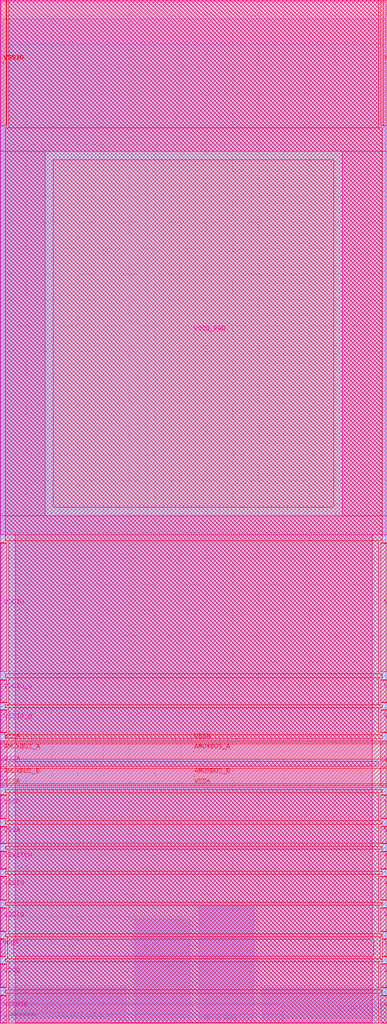
<source format=lef>
VERSION 5.7 ;
  NOWIREEXTENSIONATPIN ON ;
  DIVIDERCHAR "/" ;
  BUSBITCHARS "[]" ;
MACRO sky130_ef_io__vccd_lvc_pad
  CLASS PAD POWER ;
  FOREIGN sky130_ef_io__vccd_lvc_pad ;
  ORIGIN 0.000 0.000 ;
  SIZE 75.000 BY 197.965 ;
  PIN AMUXBUS_A
    DIRECTION INOUT ;
    USE SIGNAL ;
    PORT
      LAYER met4 ;
        RECT 0.000 51.090 75.000 54.070 ;
    END
    PORT
      LAYER met4 ;
        RECT 0.000 51.090 1.270 54.070 ;
    END
  END AMUXBUS_A
  PIN AMUXBUS_B
    DIRECTION INOUT ;
    USE SIGNAL ;
    PORT
      LAYER met4 ;
        RECT 0.000 46.330 75.000 49.310 ;
    END
    PORT
      LAYER met4 ;
        RECT 0.000 46.330 1.270 49.310 ;
    END
  END AMUXBUS_B
  PIN DRN_LVC1
    DIRECTION INOUT ;
    USE POWER ;
    PORT
      LAYER met3 ;
        RECT 26.000 -0.035 36.880 20.185 ;
    END
  END DRN_LVC1
  PIN DRN_LVC2
    DIRECTION INOUT ;
    USE POWER ;
    PORT
      LAYER met3 ;
        RECT 38.380 -0.035 49.255 22.865 ;
    END
  END DRN_LVC2
  PIN SRC_BDY_LVC1
    DIRECTION INOUT ;
    USE GROUND ;
    PORT
      LAYER met2 ;
        RECT 0.500 -0.035 20.495 1.450 ;
    END
  END SRC_BDY_LVC1
  PIN SRC_BDY_LVC2
    DIRECTION INOUT ;
    USE GROUND ;
    PORT
      LAYER met2 ;
        RECT 54.715 -0.035 74.700 3.625 ;
    END
  END SRC_BDY_LVC2
  PIN BDY2_B2B
    DIRECTION INOUT ;
    USE GROUND ;
    PORT
      LAYER met2 ;
        RECT 34.440 -0.035 44.440 0.290 ;
    END
  END BDY2_B2B
  PIN VCCD_PAD
    DIRECTION INOUT ;
    USE POWER ;
    PORT
      LAYER met5 ;
        RECT 10.270 99.865 64.670 167.130 ;
    END
  END VCCD_PAD
  PIN VSSA
    DIRECTION INOUT ;
    USE GROUND ;
    PORT
      LAYER met5 ;
        RECT 73.730 45.700 75.000 54.700 ;
    END
    PORT
      LAYER met5 ;
        RECT 73.730 34.805 75.000 38.050 ;
    END
    PORT
      LAYER met5 ;
        RECT 0.000 45.700 1.270 54.700 ;
    END
    PORT
      LAYER met5 ;
        RECT 0.000 34.805 1.270 38.050 ;
    END
    PORT
      LAYER met4 ;
        RECT 73.730 49.610 75.000 50.790 ;
    END
    PORT
      LAYER met4 ;
        RECT 0.000 54.370 75.000 54.700 ;
    END
    PORT
      LAYER met4 ;
        RECT 0.000 45.700 75.000 46.030 ;
    END
    PORT
      LAYER met4 ;
        RECT 73.730 34.700 75.000 38.150 ;
    END
    PORT
      LAYER met4 ;
        RECT 0.000 45.700 1.270 46.030 ;
    END
    PORT
      LAYER met4 ;
        RECT 0.000 49.610 1.270 50.790 ;
    END
    PORT
      LAYER met4 ;
        RECT 0.000 54.370 1.270 54.700 ;
    END
    PORT
      LAYER met4 ;
        RECT 0.000 34.700 1.270 38.150 ;
    END
  END VSSA
  PIN VDDA
    DIRECTION INOUT ;
    USE POWER ;
    PORT
      LAYER met5 ;
        RECT 74.035 13.000 75.000 16.250 ;
    END
    PORT
      LAYER met5 ;
        RECT 0.000 13.000 0.965 16.250 ;
    END
    PORT
      LAYER met4 ;
        RECT 74.035 12.900 75.000 16.350 ;
    END
    PORT
      LAYER met4 ;
        RECT 0.000 12.900 0.965 16.350 ;
    END
  END VDDA
  PIN VSWITCH
    DIRECTION INOUT ;
    USE POWER ;
    PORT
      LAYER met5 ;
        RECT 73.730 29.950 75.000 33.200 ;
    END
    PORT
      LAYER met5 ;
        RECT 0.000 29.950 1.270 33.200 ;
    END
    PORT
      LAYER met4 ;
        RECT 73.730 29.850 75.000 33.300 ;
    END
    PORT
      LAYER met4 ;
        RECT 0.000 29.850 1.270 33.300 ;
    END
  END VSWITCH
  PIN VDDIO_Q
    DIRECTION INOUT ;
    USE POWER ;
    PORT
      LAYER met5 ;
        RECT 73.730 62.150 75.000 66.400 ;
    END
    PORT
      LAYER met5 ;
        RECT 0.000 62.150 1.270 66.400 ;
    END
    PORT
      LAYER met4 ;
        RECT 73.730 62.050 75.000 66.500 ;
    END
    PORT
      LAYER met4 ;
        RECT 0.000 62.050 1.270 66.500 ;
    END
  END VDDIO_Q
  PIN VCCHIB
    DIRECTION INOUT ;
    USE POWER ;
    PORT
      LAYER met5 ;
        RECT 73.730 0.100 75.000 5.350 ;
    END
    PORT
      LAYER met5 ;
        RECT 0.000 0.100 1.270 5.350 ;
    END
    PORT
      LAYER met4 ;
        RECT 73.730 0.000 75.000 5.450 ;
    END
    PORT
      LAYER met4 ;
        RECT 0.000 0.000 1.270 5.450 ;
    END
  END VCCHIB
  PIN VDDIO
    DIRECTION INOUT ;
    USE POWER ;
    PORT
      LAYER met5 ;
        RECT 73.730 68.000 75.000 92.950 ;
    END
    PORT
      LAYER met5 ;
        RECT 73.730 17.850 75.000 22.300 ;
    END
    PORT
      LAYER met5 ;
        RECT 0.000 68.000 1.270 92.950 ;
    END
    PORT
      LAYER met5 ;
        RECT 0.000 17.850 1.270 22.300 ;
    END
    PORT
      LAYER met4 ;
        RECT 73.730 17.750 75.000 22.400 ;
    END
    PORT
      LAYER met4 ;
        RECT 73.730 68.000 75.000 92.965 ;
    END
    PORT
      LAYER met4 ;
        RECT 0.000 17.750 1.270 22.400 ;
    END
    PORT
      LAYER met4 ;
        RECT 0.000 68.000 1.270 92.965 ;
    END
  END VDDIO
  PIN VCCD
    DIRECTION INOUT ;
    USE POWER ;
    PORT
      LAYER met3 ;
        RECT 50.755 -0.035 74.700 6.865 ;
    END
    PORT
      LAYER met3 ;
        RECT 0.500 -0.035 24.500 6.865 ;
    END
    PORT
      LAYER met5 ;
        RECT 73.730 6.950 75.000 11.400 ;
    END
    PORT
      LAYER met5 ;
        RECT 0.000 6.950 1.270 11.400 ;
    END
    PORT
      LAYER met4 ;
        RECT 73.730 6.850 75.000 11.500 ;
    END
    PORT
      LAYER met4 ;
        RECT 0.000 6.850 1.270 11.500 ;
    END
  END VCCD
  PIN VSSIO
    DIRECTION INOUT ;
    USE GROUND ;
    PORT
      LAYER met4 ;
        RECT 74.225 173.750 75.000 197.965 ;
    END
    PORT
      LAYER met4 ;
        RECT 0.000 173.750 1.205 197.965 ;
    END
    PORT
      LAYER met5 ;
        RECT 73.730 23.900 75.000 28.350 ;
    END
    PORT
      LAYER met5 ;
        RECT 0.000 23.900 1.270 28.350 ;
    END
    PORT
      LAYER met4 ;
        RECT 73.730 23.800 75.000 28.450 ;
    END
    PORT
      LAYER met4 ;
        RECT 73.730 173.750 75.000 197.965 ;
    END
    PORT
      LAYER met4 ;
        RECT 0.000 173.750 1.270 197.965 ;
    END
    PORT
      LAYER met4 ;
        RECT 0.000 23.800 1.270 28.450 ;
    END
  END VSSIO
  PIN VSSD
    DIRECTION INOUT ;
    USE GROUND ;
    PORT
      LAYER met5 ;
        RECT 73.730 39.650 75.000 44.100 ;
    END
    PORT
      LAYER met5 ;
        RECT 0.000 39.650 1.270 44.100 ;
    END
    PORT
      LAYER met4 ;
        RECT 73.730 39.550 75.000 44.200 ;
    END
    PORT
      LAYER met4 ;
        RECT 0.000 39.550 1.270 44.200 ;
    END
  END VSSD
  PIN VSSIO_Q
    DIRECTION INOUT ;
    USE GROUND ;
    PORT
      LAYER met5 ;
        RECT 73.730 56.300 75.000 60.550 ;
    END
    PORT
      LAYER met5 ;
        RECT 0.000 56.300 1.270 60.550 ;
    END
    PORT
      LAYER met4 ;
        RECT 73.730 56.200 75.000 60.650 ;
    END
    PORT
      LAYER met4 ;
        RECT 0.000 56.200 1.270 60.650 ;
    END
  END VSSIO_Q
  OBS
      LAYER li1 ;
        RECT 0.240 0.985 74.755 197.745 ;
      LAYER met1 ;
        RECT 0.120 0.000 74.785 197.805 ;
        RECT 16.655 -0.035 25.635 0.000 ;
        POLYGON 25.635 0.000 25.670 0.000 25.635 -0.035 ;
        RECT 26.210 -0.035 27.700 0.000 ;
        POLYGON 28.235 0.000 28.270 0.000 28.270 -0.035 ;
        RECT 28.270 -0.035 56.565 0.000 ;
      LAYER met2 ;
        RECT 0.490 3.905 74.700 194.395 ;
        RECT 0.490 3.625 54.435 3.905 ;
        RECT 0.490 1.730 54.715 3.625 ;
        RECT 20.775 0.570 54.715 1.730 ;
        RECT 20.775 0.005 34.160 0.570 ;
        RECT 44.720 0.005 54.715 0.570 ;
        RECT 20.775 0.000 34.440 0.005 ;
        RECT 20.925 -0.035 34.440 0.000 ;
        RECT 44.440 0.000 54.715 0.005 ;
        RECT 44.440 -0.035 53.535 0.000 ;
        RECT 54.095 -0.035 54.715 0.000 ;
      LAYER met3 ;
        RECT 0.490 23.265 74.700 189.480 ;
        RECT 0.490 20.585 37.980 23.265 ;
        RECT 0.490 7.265 25.600 20.585 ;
        RECT 24.900 0.000 25.600 7.265 ;
        RECT 37.280 0.000 37.980 20.585 ;
        RECT 49.655 7.265 74.700 23.265 ;
        RECT 49.655 0.000 50.355 7.265 ;
      LAYER met4 ;
        RECT 1.670 173.350 73.330 197.965 ;
        RECT 0.965 93.365 74.035 173.350 ;
        RECT 1.670 67.600 73.330 93.365 ;
        RECT 0.965 66.900 74.035 67.600 ;
        RECT 1.670 61.650 73.330 66.900 ;
        RECT 0.965 61.050 74.035 61.650 ;
        RECT 1.670 55.800 73.330 61.050 ;
        RECT 0.965 55.100 74.035 55.800 ;
        RECT 1.670 49.710 73.330 50.690 ;
        RECT 0.965 44.600 74.035 45.300 ;
        RECT 1.670 39.150 73.330 44.600 ;
        RECT 0.965 38.550 74.035 39.150 ;
        RECT 1.670 34.300 73.330 38.550 ;
        RECT 0.965 33.700 74.035 34.300 ;
        RECT 1.670 29.450 73.330 33.700 ;
        RECT 0.965 28.850 74.035 29.450 ;
        RECT 1.670 23.400 73.330 28.850 ;
        RECT 0.965 22.800 74.035 23.400 ;
        RECT 1.670 17.350 73.330 22.800 ;
        RECT 0.965 16.750 74.035 17.350 ;
        RECT 1.365 12.500 73.635 16.750 ;
        RECT 0.965 11.900 74.035 12.500 ;
        RECT 1.670 6.450 73.330 11.900 ;
        RECT 0.965 5.850 74.035 6.450 ;
        RECT 1.670 0.000 73.330 5.850 ;
      LAYER met5 ;
        RECT 0.000 168.730 75.000 197.965 ;
        RECT 0.000 98.265 8.670 168.730 ;
        RECT 66.270 98.265 75.000 168.730 ;
        RECT 0.000 94.550 75.000 98.265 ;
        RECT 2.870 34.805 72.130 94.550 ;
        RECT 0.000 34.800 75.000 34.805 ;
        RECT 2.870 16.250 72.130 34.800 ;
        RECT 2.565 13.000 72.435 16.250 ;
        RECT 2.870 0.100 72.130 13.000 ;
  END
END sky130_ef_io__vccd_lvc_pad
END LIBRARY


</source>
